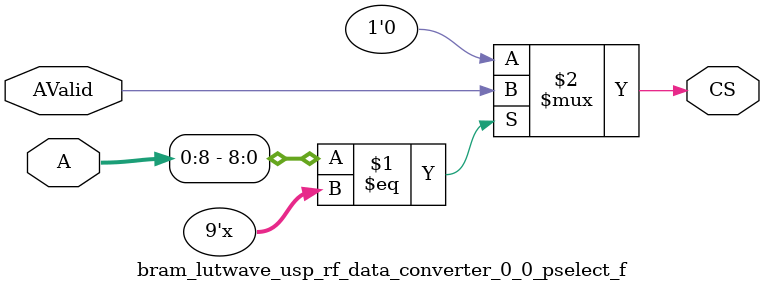
<source format=v>
`timescale 1 ps/1 ps

module bram_lutwave_usp_rf_data_converter_0_0_pselect_f ( A, AValid, CS) ;

parameter C_AB  = 9;
parameter C_AW  = 32;
parameter [0:C_AW - 1] C_BAR =  'bz;
parameter C_FAMILY  = "nofamily";
input[0:C_AW-1] A; 
input AValid; 
output CS; 
wire CS;
parameter [0:C_AB-1]BAR = C_BAR[0:C_AB-1];

//----------------------------------------------------------------------------
// Build a behavioral decoder
//----------------------------------------------------------------------------
generate
if (C_AB > 0) begin : XST_WA
assign CS = (A[0:C_AB - 1] == BAR[0:C_AB - 1]) ? AValid : 1'b0 ;
end
endgenerate

generate
if (C_AB == 0) begin : PASS_ON_GEN
assign CS = AValid ;
end
endgenerate
endmodule

</source>
